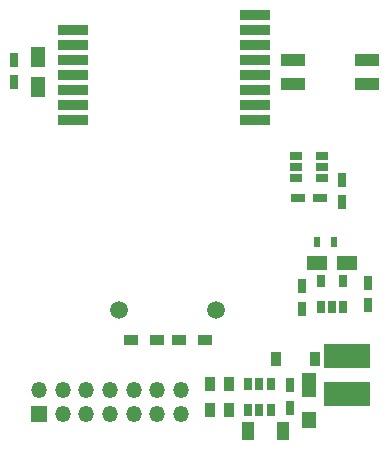
<source format=gts>
G04 #@! TF.GenerationSoftware,KiCad,Pcbnew,no-vcs-found-2237de0~58~ubuntu16.04.1*
G04 #@! TF.CreationDate,2017-06-29T15:00:42+03:00*
G04 #@! TF.ProjectId,livolo_1_channel_1way_eu_switch,6C69766F6C6F5F315F6368616E6E656C,rev?*
G04 #@! TF.SameCoordinates,Original
G04 #@! TF.FileFunction,Soldermask,Top*
G04 #@! TF.FilePolarity,Negative*
%FSLAX46Y46*%
G04 Gerber Fmt 4.6, Leading zero omitted, Abs format (unit mm)*
G04 Created by KiCad (PCBNEW no-vcs-found-2237de0~58~ubuntu16.04.1) date Thu Jun 29 15:00:42 2017*
%MOMM*%
%LPD*%
G01*
G04 APERTURE LIST*
%ADD10C,0.100000*%
%ADD11R,2.000000X1.000000*%
%ADD12R,2.500000X0.812800*%
%ADD13R,4.000000X2.000000*%
%ADD14R,1.200000X2.000000*%
%ADD15R,1.200000X1.400000*%
%ADD16R,0.900000X1.200000*%
%ADD17R,0.650000X1.060000*%
%ADD18R,1.750000X1.260000*%
%ADD19C,1.500000*%
%ADD20R,0.750000X1.200000*%
%ADD21R,1.200000X0.750000*%
%ADD22R,1.200000X0.900000*%
%ADD23R,1.060000X0.650000*%
%ADD24R,0.500000X0.900000*%
%ADD25O,1.350000X1.350000*%
%ADD26R,1.350000X1.350000*%
%ADD27R,1.260000X1.750000*%
%ADD28R,1.000000X1.600000*%
G04 APERTURE END LIST*
D10*
D11*
X159400000Y-81600000D03*
X153150000Y-81600000D03*
X159400000Y-79600000D03*
X153150000Y-79600000D03*
D12*
X134500000Y-84710000D03*
X149946000Y-84710000D03*
X134500000Y-83440000D03*
X149946000Y-83440000D03*
X134500000Y-82170000D03*
X149946000Y-82170000D03*
X134500000Y-80900000D03*
X149946000Y-80900000D03*
X134500000Y-79630000D03*
X149946000Y-79630000D03*
X134500000Y-78360000D03*
X149946000Y-78360000D03*
X134500000Y-77090000D03*
X149946000Y-77090000D03*
X149946000Y-75820000D03*
D13*
X157700000Y-104650000D03*
X157700000Y-107900000D03*
D14*
X154500000Y-107100000D03*
D15*
X154500000Y-110100000D03*
D16*
X146100000Y-107000000D03*
X146100000Y-109200000D03*
D17*
X150300000Y-109200000D03*
X151250000Y-109200000D03*
X149350000Y-109200000D03*
X149350000Y-107000000D03*
X150300000Y-107000000D03*
X151250000Y-107000000D03*
D18*
X155175000Y-96792000D03*
X157725000Y-96792000D03*
D19*
X146600000Y-100800000D03*
X138400000Y-100800000D03*
D20*
X153900000Y-100650000D03*
X153900000Y-98750000D03*
X159500000Y-100350000D03*
X159500000Y-98450000D03*
X152900000Y-109050000D03*
X152900000Y-107150000D03*
D21*
X153550000Y-91300000D03*
X155450000Y-91300000D03*
D20*
X157300000Y-91650000D03*
X157300000Y-89750000D03*
D16*
X155050000Y-104900000D03*
X151750000Y-104900000D03*
X147700000Y-109200000D03*
X147700000Y-107000000D03*
D22*
X139400000Y-103300000D03*
X141600000Y-103300000D03*
X145700000Y-103300000D03*
X143500000Y-103300000D03*
D17*
X155500000Y-98350000D03*
X157400000Y-98350000D03*
X157400000Y-100550000D03*
X156450000Y-100550000D03*
X155500000Y-100550000D03*
D23*
X155600000Y-88650000D03*
X155600000Y-87700000D03*
X155600000Y-89600000D03*
X153400000Y-89600000D03*
X153400000Y-88650000D03*
X153400000Y-87700000D03*
D24*
X155150000Y-95000000D03*
X156650000Y-95000000D03*
D25*
X143650000Y-107550000D03*
X143650000Y-109550000D03*
X141650000Y-107550000D03*
X141650000Y-109550000D03*
X139650000Y-107550000D03*
X139650000Y-109550000D03*
X137650000Y-107550000D03*
X137650000Y-109550000D03*
X135650000Y-107550000D03*
X135650000Y-109550000D03*
X133650000Y-107550000D03*
X133650000Y-109550000D03*
X131650000Y-107550000D03*
D26*
X131650000Y-109550000D03*
D27*
X131600000Y-81875000D03*
X131600000Y-79325000D03*
D20*
X129500000Y-79600000D03*
X129500000Y-81500000D03*
D28*
X152300000Y-111000000D03*
X149300000Y-111000000D03*
M02*

</source>
